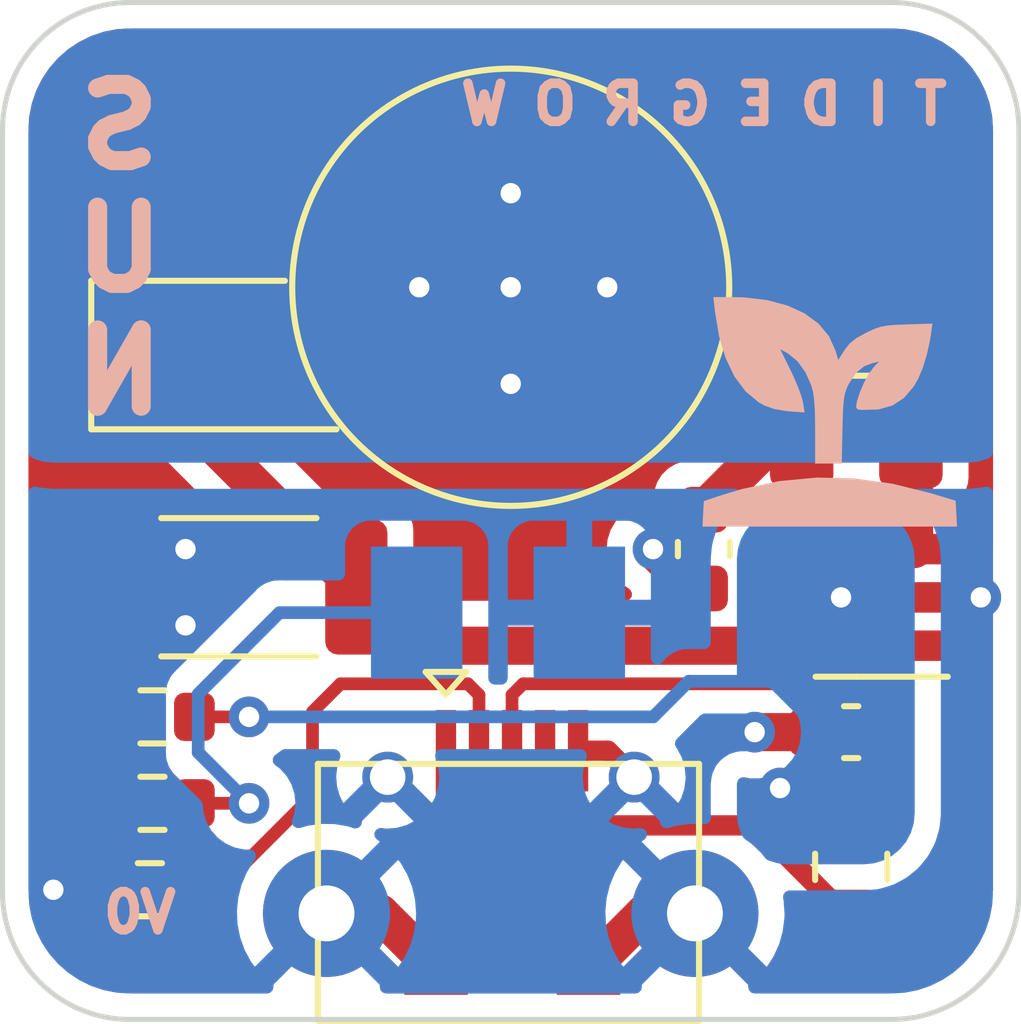
<source format=kicad_pcb>
(kicad_pcb (version 20211014) (generator pcbnew)
  (layers (0 "F.Cu" signal) (31 "B.Cu" signal) (34 "B.Paste" user) (35 "F.Paste" user) (36 "B.SilkS" user "B.Silkscreen") (37 "F.SilkS" user "F.Silkscreen") (38 "B.Mask" user) (39 "F.Mask" user) (44 "Edge.Cuts" user))
  (net 0 "")
  (net 1 "/PWR5V0")
  (net 2 "GND")
  (net 3 "/A_PHOTO")
  (net 5 "Net-(F1-Pad1)")
  (net 6 "/HEATSINK")
  (net 7 "Net-(C2-Pad1)")
  (net 8 "/LED_PWM")
  (net 9 "Net-(L1-Pad1)")
  (net 10 "Net-(D1-Pad1)")
  (net 11 "Net-(R2-Pad2)")
  (footprint "Capacitor_SMD:C_0603_1608Metric" (layer "F.Cu") (at 113.8 110.75 -90)
    (fp_text reference "C2" hide)
    (fp_text value "10uF" hide)
    (fp_line (start -0.14058 -0.51) (end 0.14058 -0.51) (layer "F.SilkS") (width 0.12))
    (fp_line (start -0.14058 0.51) (end 0.14058 0.51) (layer "F.SilkS") (width 0.12))
    (pad "1" smd roundrect (at -0.775 0 270) (size 0.9 0.95) (layers "F.Cu" "F.Paste" "F.Mask") (net 7 "Net-(C2-Pad1)"))
    (pad "2" smd roundrect (at 0.775 0 270) (size 0.9 0.95) (layers "F.Cu" "F.Paste" "F.Mask") (net 2 "GND"))
  )
  (footprint "LED_SMD:LED_1W_3W_R8" (layer "F.Cu") (at 110 105.6)
    (fp_text reference "D1" hide)
    (fp_text value "LED" hide)
    (fp_line (start -8.255 2.794) (end -3.429 2.794) (layer "F.SilkS") (width 0.12))
    (fp_line (start -4.445 -0.127) (end -8.255 -0.127) (layer "F.SilkS") (width 0.12))
    (fp_line (start -8.255 -0.127) (end -8.255 2.794) (layer "F.SilkS") (width 0.12))
    (fp_circle (center 0 0) (end -4.3 0) (layer "F.SilkS") (width 0.12) (fill none))
    (pad "1" smd rect (at -6.35 1.35) (size 3.5 2.7) (layers "F.Cu" "F.Paste" "F.Mask") (net 10 "Net-(D1-Pad1)"))
    (pad "2" smd rect (at 6.35 -1.35) (size 3.5 2.7) (layers "F.Cu" "F.Paste" "F.Mask") (net 7 "Net-(C2-Pad1)"))
    (pad "3" smd circle (at 0 0) (size 5.7 5.7) (layers "F.Cu" "F.Paste" "F.Mask") (net 6 "/HEATSINK"))
  )
  (footprint "Inductor_SMD:L_1008_2520Metric" (layer "F.Cu") (at 116.8 108.45 180)
    (fp_text reference "L1" hide)
    (fp_text value "4.7uH" hide)
    (fp_line (start -0.261252 -1.11) (end 0.261252 -1.11) (layer "F.SilkS") (width 0.12))
    (fp_line (start -0.261252 1.11) (end 0.261252 1.11) (layer "F.SilkS") (width 0.12))
    (pad "1" smd roundrect (at -1.075 0 180) (size 1.25 2.2) (layers "F.Cu" "F.Paste" "F.Mask") (roundrect_rratio 0.2) (net 9 "Net-(L1-Pad1)"))
    (pad "2" smd roundrect (at 1.075 0 180) (size 1.25 2.2) (layers "F.Cu" "F.Paste" "F.Mask") (roundrect_rratio 0.2) (net 7 "Net-(C2-Pad1)"))
  )
  (footprint "Resistor_SMD:R_0603_1608Metric" (layer "F.Cu") (at 102.95 114.05 180)
    (fp_text reference "R2" hide)
    (fp_text value "10K" hide)
    (fp_line (start -0.237258 -0.5225) (end 0.237258 -0.5225) (layer "F.SilkS") (width 0.12))
    (fp_line (start -0.237258 0.5225) (end 0.237258 0.5225) (layer "F.SilkS") (width 0.12))
    (pad "1" smd roundrect (at -0.825 0 180) (size 0.8 0.95) (layers "F.Cu" "F.Paste" "F.Mask") (net 1 "/PWR5V0"))
    (pad "2" smd roundrect (at 0.825 0 180) (size 0.8 0.95) (layers "F.Cu" "F.Paste" "F.Mask") (net 11 "Net-(R2-Pad2)"))
  )
  (footprint "Fuse:Fuse_0805_2012Metric" (layer "F.Cu") (at 116.7 117 90)
    (fp_text reference "F1" hide)
    (fp_text value "500mA" hide)
    (fp_line (start -0.258578 -0.71) (end 0.258578 -0.71) (layer "F.SilkS") (width 0.12))
    (fp_line (start -0.258578 0.71) (end 0.258578 0.71) (layer "F.SilkS") (width 0.12))
    (pad "1" smd roundrect (at -0.9375 0 90) (size 0.975 1.4) (layers "F.Cu" "F.Paste" "F.Mask") (net 5 "Net-(F1-Pad1)"))
    (pad "2" smd roundrect (at 0.9375 0 90) (size 0.975 1.4) (layers "F.Cu" "F.Paste" "F.Mask") (net 1 "/PWR5V0"))
  )
  (footprint "Capacitor_SMD:C_0603_1608Metric" (layer "F.Cu") (at 116.7 114.35 180)
    (fp_text reference "C1" hide)
    (fp_text value "10uF" hide)
    (fp_line (start -0.14058 -0.51) (end 0.14058 -0.51) (layer "F.SilkS") (width 0.12))
    (fp_line (start -0.14058 0.51) (end 0.14058 0.51) (layer "F.SilkS") (width 0.12))
    (pad "1" smd roundrect (at -0.775 0 180) (size 0.9 0.95) (layers "F.Cu" "F.Paste" "F.Mask") (net 1 "/PWR5V0"))
    (pad "2" smd roundrect (at 0.775 0 180) (size 0.9 0.95) (layers "F.Cu" "F.Paste" "F.Mask") (net 2 "GND"))
  )
  (footprint "Resistor_SMD:R_0603_1608Metric" (layer "F.Cu") (at 102.95 115.75 180)
    (fp_text reference "R4" hide)
    (fp_text value "100K" hide)
    (fp_line (start -0.237258 0.5225) (end 0.237258 0.5225) (layer "F.SilkS") (width 0.12))
    (fp_line (start -0.237258 -0.5225) (end 0.237258 -0.5225) (layer "F.SilkS") (width 0.12))
    (pad "1" smd roundrect (at -0.825 0 180) (size 0.8 0.95) (layers "F.Cu" "F.Paste" "F.Mask") (net 11 "Net-(R2-Pad2)"))
    (pad "2" smd roundrect (at 0.825 0 180) (size 0.8 0.95) (layers "F.Cu" "F.Paste" "F.Mask") (net 3 "/A_PHOTO"))
  )
  (footprint "Resistor_SMD:R_2010_5025Metric" (layer "F.Cu") (at 104.65 111.5 180)
    (fp_text reference "R1" hide)
    (fp_text value "800mR" hide)
    (fp_line (start -1.527064 1.36) (end 1.527064 1.36) (layer "F.SilkS") (width 0.12))
    (fp_line (start -1.527064 -1.36) (end 1.527064 -1.36) (layer "F.SilkS") (width 0.12))
    (pad "1" smd roundrect (at -2.3125 0 180) (size 1.225 2.65) (layers "F.Cu" "F.Paste" "F.Mask") (roundrect_rratio 0.204082) (net 10 "Net-(D1-Pad1)"))
    (pad "2" smd roundrect (at 2.3125 0 180) (size 1.225 2.65) (layers "F.Cu" "F.Paste" "F.Mask") (roundrect_rratio 0.204082) (net 2 "GND"))
  )
  (footprint "LD-CONNECTORS:Generic_Chinese_USB_MicroB_Horizontal_Socket_Circular_Holes" (layer "F.Cu") (at 110.03082 117.51652 180)
    (fp_text reference "J1" hide)
    (fp_text value "USB_B_Micro" hide)
    (fp_line (start 1.30468 3.90132) (end 1.70468 4.35132) (layer "F.SilkS") (width 0.12))
    (fp_line (start -3.675 -2.51828) (end 3.825 -2.51828) (layer "F.SilkS") (width 0.12))
    (fp_line (start -3.675 2.54172) (end 3.825 2.54172) (layer "F.SilkS") (width 0.12))
    (fp_line (start 0.90468 4.35132) (end 1.30468 3.90132) (layer "F.SilkS") (width 0.12))
    (fp_line (start -3.675 -2.51828) (end -3.675 2.54172) (layer "F.SilkS") (width 0.12))
    (fp_line (start 1.70468 4.35132) (end 0.90468 4.35132) (layer "F.SilkS") (width 0.12))
    (fp_line (start 3.825 -2.51828) (end 3.825 2.54172) (layer "F.SilkS") (width 0.12))
    (pad "1" smd rect (at 1.30468 2.80132 90) (size 1.6 0.4) (layers "F.Cu" "F.Paste" "F.Mask") (net 5 "Net-(F1-Pad1)"))
    (pad "2" smd rect (at 0.65468 2.80132 90) (size 1.6 0.4) (layers "F.Cu" "F.Paste" "F.Mask") (net 3 "/A_PHOTO"))
    (pad "3" smd rect (at 0.00468 2.80132 90) (size 1.6 0.4) (layers "F.Cu" "F.Paste" "F.Mask") (net 8 "/LED_PWM"))
    (pad "4" smd rect (at -0.64532 2.80132 90) (size 1.6 0.4) (layers "F.Cu" "F.Paste" "F.Mask"))
    (pad "5" smd rect (at -1.29532 2.80132 90) (size 1.6 0.4) (layers "F.Cu" "F.Paste" "F.Mask") (net 2 "GND"))
    (pad "6" thru_hole circle (at 2.45186 2.28172) (size 1 1) (drill 0.7) (layers *.Cu *.Mask "F.Paste") (net 2 "GND"))
    (pad "6" smd rect (at -1.5 -1.5 90) (size 1 1.25) (layers "F.Cu" "F.Paste" "F.Mask") (net 2 "GND"))
    (pad "6" thru_hole circle (at 3.65582 -0.39828) (size 2.5 2.5) (drill 1.1) (layers *.Cu *.Mask "F.Paste") (net 2 "GND"))
    (pad "6" thru_hole circle (at -3.59418 -0.39828) (size 2.5 2.5) (drill 1.1) (layers *.Cu *.Mask "F.Paste") (net 2 "GND"))
    (pad "6" thru_hole circle (at -2.39814 2.28172) (size 1 1) (drill 0.7) (layers *.Cu *.Mask "F.Paste") (net 2 "GND"))
    (pad "6" smd rect (at 1.5 -1.5 90) (size 1 1.25) (layers "F.Cu" "F.Paste" "F.Mask") (net 2 "GND"))
  )
  (footprint "Resistor_SMD:R_0603_1608Metric" (layer "F.Cu") (at 102.9 117.45 180)
    (fp_text reference "R5" hide)
    (fp_text value "200K" hide)
    (fp_line (start -0.237258 -0.5225) (end 0.237258 -0.5225) (layer "F.SilkS") (width 0.12))
    (fp_line (start -0.237258 0.5225) (end 0.237258 0.5225) (layer "F.SilkS") (width 0.12))
    (pad "1" smd roundrect (at -0.825 0 180) (size 0.8 0.95) (layers "F.Cu" "F.Paste" "F.Mask") (net 3 "/A_PHOTO"))
    (pad "2" smd roundrect (at 0.825 0 180) (size 0.8 0.95) (layers "F.Cu" "F.Paste" "F.Mask") (net 2 "GND"))
  )
  (footprint "Package_TO_SOT_SMD:SOT-23-5" (layer "F.Cu") (at 116.8 111.7 180)
    (fp_text reference "U1" hide)
    (fp_text value "PAM2804" hide)
    (fp_line (start 0 -1.56) (end -1.8 -1.56) (layer "F.SilkS") (width 0.12))
    (fp_line (start 0 1.56) (end -0.8 1.56) (layer "F.SilkS") (width 0.12))
    (fp_line (start 0 -1.56) (end 0.8 -1.56) (layer "F.SilkS") (width 0.12))
    (fp_line (start 0 1.56) (end 0.8 1.56) (layer "F.SilkS") (width 0.12))
    (pad "1" smd roundrect (at -1.1375 -0.95 180) (size 1.325 0.6) (layers "F.Cu" "F.Paste" "F.Mask") (net 8 "/LED_PWM"))
    (pad "2" smd roundrect (at -1.1375 0 180) (size 1.325 0.6) (layers "F.Cu" "F.Paste" "F.Mask") (net 2 "GND"))
    (pad "3" smd roundrect (at -1.1375 0.95 180) (size 1.325 0.6) (layers "F.Cu" "F.Paste" "F.Mask") (net 9 "Net-(L1-Pad1)"))
    (pad "4" smd roundrect (at 1.1375 0.95 180) (size 1.325 0.6) (layers "F.Cu" "F.Paste" "F.Mask") (net 1 "/PWR5V0"))
    (pad "5" smd roundrect (at 1.1375 -0.95 180) (size 1.325 0.6) (layers "F.Cu" "F.Paste" "F.Mask") (net 10 "Net-(D1-Pad1)"))
  )
  (footprint "LD-LOGO:ld-tidegrow" (layer "B.Cu") (at 116.3 108.05 180)
    (fp_text reference "G***" hide)
    (fp_text value "LOGO" hide)
    (fp_poly (pts (xy 2.282093 1.980227) (xy 2.20023 1.485735) (xy 2.0713 1.055656) (xy 1.89708 0.693404) (xy 1.679347 0.402394) (xy 1.419879 0.186042) (xy 1.31829 0.127953) (xy 1.120268 0.056667) (xy 0.873886 0.013473) (xy 0.823021 0.009071) (xy 0.517645 -0.012848) (xy 0.546552 0.181642) (xy 0.578629 0.304246) (xy 0.641787 0.478071) (xy 0.725654 0.676146) (xy 0.786037 0.804465) (xy 0.996615 1.232797) (xy 0.841252 1.144925) (xy 0.657178 0.994967) (xy 0.499062 0.774783) (xy 0.382855 0.512065) (xy 0.350397 0.386854) (xy 0.32836 0.227764) (xy 0.315372 0.018387) (xy 0.310059 -0.257682) (xy 0.309756 -0.36189) (xy 0.309756 -1.01777) (xy -0.213311 -1.01777) (xy -0.228345 -0.342944) (xy -0.235368 -0.078129) (xy -0.244483 0.116164) (xy -0.258218 0.257914) (xy -0.279101 0.365099) (xy -0.309659 0.4557) (xy -0.352421 0.547693) (xy -0.354007 0.550836) (xy -0.49001 0.760472) (xy -0.653012 0.894522) (xy -0.815661 0.956223) (xy -0.945434 0.987171) (xy -0.843294 0.880781) (xy -0.749503 0.753481) (xy -0.651919 0.574427) (xy -0.567109 0.377993) (xy -0.511641 0.19855) (xy -0.509399 0.188066) (xy -0.495937 0.089719) (xy -0.523662 0.048498) (xy -0.604933 0.036506) (xy -0.934443 0.046217) (xy -1.209411 0.122895) (xy -1.438083 0.271133) (xy -1.628702 0.495527) (xy -1.723834 0.659941) (xy -1.809622 0.866253) (xy -1.888297 1.124062) (xy -1.94933 1.396431) (xy -1.96913 1.520478) (xy -1.998177 1.735554) (xy -1.495979 1.719606) (xy -1.269528 1.710503) (xy -1.105495 1.696552) (xy -0.977796 1.672417) (xy -0.860351 1.63276) (xy -0.727075 1.572246) (xy -0.692046 1.555114) (xy -0.503303 1.451012) (xy -0.37304 1.347685) (xy -0.274167 1.223324) (xy -0.268051 1.213787) (xy -0.145792 1.021005) (xy -0.090255 1.207454) (xy 0.039271 1.491585) (xy 0.243442 1.735452) (xy 0.516677 1.936154) (xy 0.853392 2.090788) (xy 1.248006 2.196453) (xy 1.694935 2.250248) (xy 1.928763 2.256794) (xy 2.312477 2.256794)) (layer "B.SilkS") (width 0) (fill solid))
    (fp_poly (pts (xy 1.013337 -1.36228) (xy 1.749823 -1.51806) (xy 2.195401 -1.653109) (xy 2.500174 -1.755725) (xy 2.513446 -2.00626) (xy 2.526717 -2.256794) (xy -2.482464 -2.256794) (xy -2.469194 -2.002445) (xy -2.455923 -1.748096) (xy -1.969163 -1.60171) (xy -1.206685 -1.412611) (xy -0.459232 -1.309626) (xy 0.27888 -1.292825)) (layer "B.SilkS") (width 0) (fill solid))
  )
  (footprint "LD-MISC:R_PHOTO_3624" (layer "B.Cu") (at 109.75 112)
    (fp_text reference "R3" hide)
    (fp_text value "R_Photo" hide)
    (pad "1" smd rect (at -1.6 0) (size 1.8 2.6) (layers "B.Cu" "B.Mask") (net 11 "Net-(R2-Pad2)"))
    (pad "2" smd rect (at 1.6 0) (size 1.8 2.6) (layers "B.Cu" "B.Mask") (net 2 "GND"))
  )
  (gr_arc (start 102.5 120) (mid 100.732233 119.267767) (end 100 117.5) (layer "Edge.Cuts") (width 0.1))
  (gr_line (start 102.5 100) (end 117.5 100) (layer "Edge.Cuts") (width 0.1))
  (gr_line (start 120 102.5) (end 120 117.5) (layer "Edge.Cuts") (width 0.1))
  (gr_line (start 117.5 120) (end 102.5 120) (layer "Edge.Cuts") (width 0.1))
  (gr_arc (start 120 117.5) (mid 119.267767 119.267767) (end 117.5 120) (layer "Edge.Cuts") (width 0.1))
  (gr_arc (start 117.5 100) (mid 119.267767 100.732233) (end 120 102.5) (layer "Edge.Cuts") (width 0.1))
  (gr_arc (start 100 102.5) (mid 100.732233 100.732233) (end 102.5 100) (layer "Edge.Cuts") (width 0.1))
  (gr_line (start 100 117.5) (end 100 102.5) (layer "Edge.Cuts") (width 0.1))
  (gr_text "S\nU\nN" (at 102.3 104.85) (layer "B.SilkS") (effects (font (size 1.5 1.5) (thickness 0.375)) (justify mirror)))
  (gr_text "T I D E G R O W" (at 113.8 102) (layer "B.SilkS") (effects (font (size 0.75 0.75) (thickness 0.1875)) (justify mirror)))
  (gr_text "V0" (at 102.7 117.9) (layer "B.SilkS") (effects (font (size 0.75 0.75) (thickness 0.1875)) (justify mirror)))
  (segment (start 116.7 116.0625) (end 115.9125 116.0625) (width 0.5) (layer "F.Cu") (net 1))
  (segment (start 103.775 114.05) (end 104.85 114.05) (width 0.25) (layer "F.Cu") (net 1))
  (segment (start 115.6625 110.8625) (end 116.5 111.7) (width 0.75) (layer "F.Cu") (net 1))
  (segment (start 117.475 115.2875) (end 116.7 116.0625) (width 0.5) (layer "F.Cu") (net 1))
  (segment (start 115.6625 110.75) (end 115.6625 110.8625) (width 0.75) (layer "F.Cu") (net 1))
  (segment (start 115.9125 116.0625) (end 115.3 115.45) (width 0.5) (layer "F.Cu") (net 1))
  (segment (start 117.475 114.35) (end 117.475 115.2875) (width 0.5) (layer "F.Cu") (net 1))
  (via (at 104.85 114.05) (size 0.8) (drill 0.4) (layers "F.Cu" "B.Cu") (net 1))
  (via (at 116.5 111.7) (size 0.8) (drill 0.4) (layers "F.Cu" "B.Cu") (net 1))
  (via (at 115.3 115.45) (size 0.8) (drill 0.4) (layers "F.Cu" "B.Cu") (net 1))
  (segment (start 115.15 113.35) (end 115.85 114.05) (width 0.25) (layer "B.Cu") (net 1))
  (segment (start 112.804675 114.05) (end 113.504675 113.35) (width 0.25) (layer "B.Cu") (net 1))
  (segment (start 104.85 114.05) (end 112.804675 114.05) (width 0.25) (layer "B.Cu") (net 1))
  (segment (start 115.85 114.05) (end 115.85 114.9) (width 0.25) (layer "B.Cu") (net 1))
  (segment (start 113.504675 113.35) (end 115.15 113.35) (width 0.25) (layer "B.Cu") (net 1))
  (segment (start 115.85 114.9) (end 115.3 115.45) (width 0.25) (layer "B.Cu") (net 1))
  (segment (start 117.9375 111.7) (end 119.25 111.7) (width 0.5) (layer "F.Cu") (net 2))
  (segment (start 113.575 111.525) (end 113.8 111.525) (width 0.75) (layer "F.Cu") (net 2))
  (segment (start 113.625 117.9148) (end 112.63254 117.9148) (width 0.75) (layer "F.Cu") (net 2))
  (segment (start 107.4291 117.9148) (end 108.53082 119.01652) (width 0.75) (layer "F.Cu") (net 2))
  (segment (start 112.63254 117.9148) (end 111.53082 119.01652) (width 0.75) (layer "F.Cu") (net 2))
  (segment (start 115.925 114.35) (end 114.8 114.35) (width 0.75) (layer "F.Cu") (net 2))
  (segment (start 111.90936 114.7152) (end 112.42896 115.2348) (width 0.4) (layer "F.Cu") (net 2))
  (segment (start 111.32614 114.7152) (end 111.90936 114.7152) (width 0.4) (layer "F.Cu") (net 2))
  (segment (start 103.6 112.25) (end 103.0875 112.25) (width 0.75) (layer "F.Cu") (net 2))
  (segment (start 106.375 117.9148) (end 107.4291 117.9148) (width 0.75) (layer "F.Cu") (net 2))
  (segment (start 103.0875 110.75) (end 102.3375 111.5) (width 0.75) (layer "F.Cu") (net 2))
  (segment (start 103.6 110.75) (end 103.0875 110.75) (width 0.75) (layer "F.Cu") (net 2))
  (segment (start 112.8 110.75) (end 113.575 111.525) (width 0.75) (layer "F.Cu") (net 2))
  (segment (start 103.0875 112.25) (end 102.3375 111.5) (width 0.75) (layer "F.Cu") (net 2))
  (segment (start 102.075 117.45) (end 101 117.45) (width 0.25) (layer "F.Cu") (net 2))
  (via (at 101 117.45) (size 0.8) (drill 0.4) (layers "F.Cu" "B.Cu") (net 2))
  (via (at 103.6 112.25) (size 0.8) (drill 0.4) (layers "F.Cu" "B.Cu") (net 2))
  (via (at 103.6 110.75) (size 0.8) (drill 0.4) (layers "F.Cu" "B.Cu") (net 2))
  (via (at 114.8 114.35) (size 0.8) (drill 0.4) (layers "F.Cu" "B.Cu") (net 2))
  (via (at 119.25 111.7) (size 0.8) (drill 0.4) (layers "F.Cu" "B.Cu") (net 2))
  (via (at 112.8 110.75) (size 0.8) (drill 0.4) (layers "F.Cu" "B.Cu") (net 2))
  (segment (start 102.125 115.75) (end 102.125 115.85) (width 0.25) (layer "F.Cu") (net 3))
  (segment (start 106.1 113.95) (end 106.1 115.595325) (width 0.25) (layer "F.Cu") (net 3))
  (segment (start 109.37614 113.616178) (end 109.159482 113.39952) (width 0.25) (layer "F.Cu") (net 3))
  (segment (start 109.159482 113.39952) (end 106.65048 113.39952) (width 0.25) (layer "F.Cu") (net 3))
  (segment (start 106.65048 113.39952) (end 106.1 113.95) (width 0.25) (layer "F.Cu") (net 3))
  (segment (start 106.1 115.595325) (end 104.245325 117.45) (width 0.25) (layer "F.Cu") (net 3))
  (segment (start 104.245325 117.45) (end 103.725 117.45) (width 0.25) (layer "F.Cu") (net 3))
  (segment (start 102.125 115.85) (end 103.725 117.45) (width 0.25) (layer "F.Cu") (net 3))
  (segment (start 109.37614 114.7152) (end 109.37614 113.616178) (width 0.25) (layer "F.Cu") (net 3))
  (segment (start 108.72614 115.964222) (end 108.946229 116.184311) (width 0.4) (layer "F.Cu") (net 5))
  (segment (start 108.946229 116.184311) (end 114.83292 116.184311) (width 0.4) (layer "F.Cu") (net 5))
  (segment (start 116.586109 117.9375) (end 116.7 117.9375) (width 0.4) (layer "F.Cu") (net 5))
  (segment (start 108.72614 114.7152) (end 108.72614 115.964222) (width 0.4) (layer "F.Cu") (net 5))
  (segment (start 116.4875 117.8375) (end 116.7 117.8375) (width 0.4) (layer "F.Cu") (net 5))
  (segment (start 114.83292 116.184311) (end 116.586109 117.9375) (width 0.4) (layer "F.Cu") (net 5))
  (via (at 110 107.5) (size 0.8) (drill 0.4) (layers "F.Cu" "B.Cu") (net 6))
  (via (at 111.9 105.6) (size 0.8) (drill 0.4) (layers "F.Cu" "B.Cu") (net 6))
  (via (at 110 105.6) (size 0.8) (drill 0.4) (layers "F.Cu" "B.Cu") (net 6))
  (via (at 110 103.75) (size 0.8) (drill 0.4) (layers "F.Cu" "B.Cu") (net 6))
  (via (at 108.2 105.6) (size 0.8) (drill 0.4) (layers "F.Cu" "B.Cu") (net 6))
  (segment (start 115.725 108.45) (end 115.725 104.875) (width 0.75) (layer "F.Cu") (net 7))
  (segment (start 115.725 104.875) (end 116.35 104.25) (width 0.75) (layer "F.Cu") (net 7))
  (segment (start 115.725 108.45) (end 115.325 108.45) (width 0.75) (layer "F.Cu") (net 7))
  (segment (start 115.325 108.45) (end 113.8 109.975) (width 0.75) (layer "F.Cu") (net 7))
  (segment (start 110.02614 113.616178) (end 110.02614 114.7152) (width 0.25) (layer "F.Cu") (net 8))
  (segment (start 110.242798 113.39952) (end 110.02614 113.616178) (width 0.25) (layer "F.Cu") (net 8))
  (segment (start 117.18798 113.39952) (end 110.242798 113.39952) (width 0.25) (layer "F.Cu") (net 8))
  (segment (start 117.9375 112.65) (end 117.18798 113.39952) (width 0.25) (layer "F.Cu") (net 8))
  (segment (start 117.9375 110.75) (end 117.9375 108.5125) (width 0.75) (layer "F.Cu") (net 9))
  (segment (start 117.9375 108.5125) (end 117.875 108.45) (width 0.75) (layer "F.Cu") (net 9))
  (segment (start 106.9625 111.5) (end 108.1125 112.65) (width 0.75) (layer "F.Cu") (net 10))
  (segment (start 103.65 106.95) (end 103.65 108.1875) (width 0.75) (layer "F.Cu") (net 10))
  (segment (start 103.65 108.1875) (end 106.9625 111.5) (width 0.75) (layer "F.Cu") (net 10))
  (segment (start 108.1125 112.65) (end 115.6625 112.65) (width 0.75) (layer "F.Cu") (net 10))
  (segment (start 102.125 114.05) (end 102.125 114.1) (width 0.25) (layer "F.Cu") (net 11))
  (segment (start 102.125 114.1) (end 103.775 115.75) (width 0.25) (layer "F.Cu") (net 11))
  (segment (start 104.85 115.75) (end 103.775 115.75) (width 0.25) (layer "F.Cu") (net 11))
  (via (at 104.85 115.75) (size 0.8) (drill 0.4) (layers "F.Cu" "B.Cu") (net 11))
  (segment (start 103.85 114.75) (end 103.85 113.6) (width 0.25) (layer "B.Cu") (net 11))
  (segment (start 105.45 112) (end 108.15 112) (width 0.25) (layer "B.Cu") (net 11))
  (segment (start 104.85 115.75) (end 103.85 114.75) (width 0.25) (layer "B.Cu") (net 11))
  (segment (start 103.85 113.6) (end 105.45 112) (width 0.25) (layer "B.Cu") (net 11))
  (zone (net 6) (net_name "/HEATSINK") (layer "F.Cu") (priority 1) (connect_pads (clearance 0.508)) (min_thickness 0.254) (fill yes (thermal_gap 0.508) (thermal_bridge_width 2) (smoothing fillet) (radius 1))
    (polygon (pts (xy 120 120) (xy 100 120) (xy 100 100) (xy 120 100)))
  )
  (zone (net 1) (net_name "/PWR5V0") (layer "B.Cu") (priority 3) (connect_pads (clearance 0.508)) (min_thickness 0.254) (fill yes (thermal_gap 0.508) (thermal_bridge_width 0.508) (smoothing fillet) (radius 1))
    (polygon (pts (xy 117.95 116.95) (xy 114.45 116.95) (xy 114.45 109.95) (xy 117.95 109.95)))
  )
  (zone (net 2) (net_name "GND") (layer "B.Cu") (connect_pads (clearance 0.508)) (min_thickness 0.254) (fill yes (thermal_gap 0.508) (thermal_bridge_width 0.508))
    (polygon (pts (xy 120 120) (xy 100 120) (xy 100 100) (xy 120 100)))
  )
  (zone (net 6) (net_name "/HEATSINK") (layer "B.Cu") (priority 1) (connect_pads yes (clearance 0.508)) (min_thickness 0.254) (fill yes (thermal_gap 0.508) (thermal_bridge_width 2) (smoothing fillet) (radius 1))
    (polygon (pts (xy 120 109.05) (xy 100 109.05) (xy 100 100) (xy 120 100)))
  )
)
</source>
